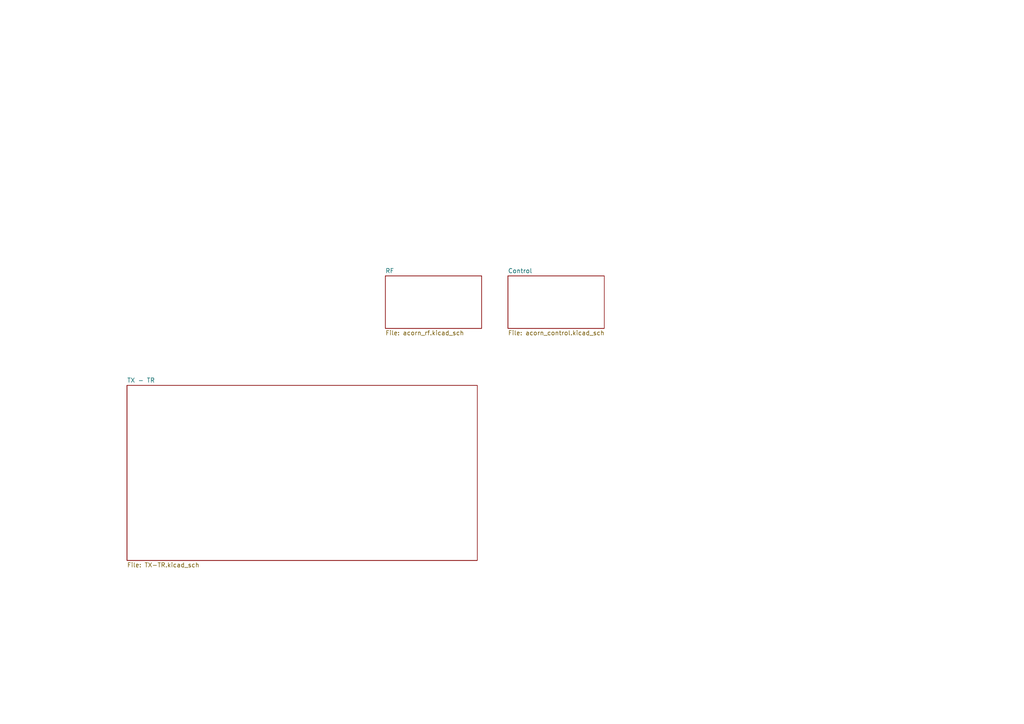
<source format=kicad_sch>
(kicad_sch (version 20230121) (generator eeschema)
  (paper "A4")
  (lib_symbols)
  (sheet (at 147.32 80.01) (size 27.94 15.24) (stroke (width 0.1524))
    (property "Sheetname" "Control" (at 147.32 79.2984 0) (effects (justify left bottom)))
    (property "Sheetfile" "acorn_control.kicad_sch" (at 147.32 95.8346 0) (effects (justify left top)))
  )
  (sheet (at 36.83 111.76) (size 101.6 50.8) (stroke (width 0.1524))
    (property "Sheetname" "TX - TR" (at 36.83 111.0484 0) (effects (justify left bottom)))
    (property "Sheetfile" "TX-TR.kicad_sch" (at 36.83 163.1446 0) (effects (justify left top)))
  )
  (sheet (at 111.76 80.01) (size 27.94 15.24) (stroke (width 0.1524))
    (property "Sheetname" "RF" (at 111.76 79.2984 0) (effects (justify left bottom)))
    (property "Sheetfile" "acorn_rf.kicad_sch" (at 111.76 95.8346 0) (effects (justify left top)))
  )
)
</source>
